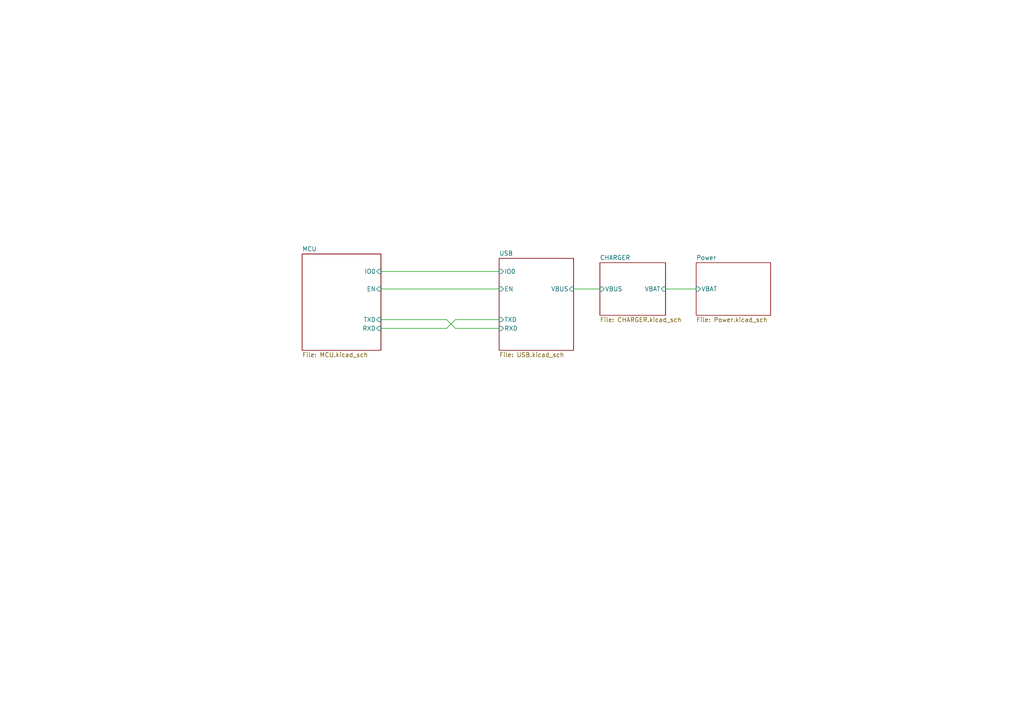
<source format=kicad_sch>
(kicad_sch
	(version 20250114)
	(generator "eeschema")
	(generator_version "9.0")
	(uuid "085b8362-a5df-4186-a09b-4280628dd4a5")
	(paper "A4")
	(lib_symbols)
	(wire
		(pts
			(xy 110.49 83.82) (xy 144.78 83.82)
		)
		(stroke
			(width 0)
			(type default)
		)
		(uuid "5257b5ee-9984-4306-9547-fba11b41c2a6")
	)
	(wire
		(pts
			(xy 193.04 83.82) (xy 201.93 83.82)
		)
		(stroke
			(width 0)
			(type default)
		)
		(uuid "69975ee0-8e98-4ee1-b5b0-47f6a5b2052e")
	)
	(wire
		(pts
			(xy 144.78 92.71) (xy 132.08 92.71)
		)
		(stroke
			(width 0)
			(type default)
		)
		(uuid "6af71ec4-009f-425e-8d14-5f48c3bdb213")
	)
	(wire
		(pts
			(xy 132.08 95.25) (xy 144.78 95.25)
		)
		(stroke
			(width 0)
			(type default)
		)
		(uuid "7b727d15-7bc4-462c-9cf3-4568008943c8")
	)
	(wire
		(pts
			(xy 110.49 92.71) (xy 129.54 92.71)
		)
		(stroke
			(width 0)
			(type default)
		)
		(uuid "960fec7b-4d9a-4c52-8e92-c465758c60ec")
	)
	(wire
		(pts
			(xy 129.54 92.71) (xy 132.08 95.25)
		)
		(stroke
			(width 0)
			(type default)
		)
		(uuid "9c95ccff-7f31-4647-9771-3c200e53cfb1")
	)
	(wire
		(pts
			(xy 110.49 78.74) (xy 144.78 78.74)
		)
		(stroke
			(width 0)
			(type default)
		)
		(uuid "c5aae8df-69b3-4647-a885-b6f720d0b1fb")
	)
	(wire
		(pts
			(xy 110.49 95.25) (xy 129.54 95.25)
		)
		(stroke
			(width 0)
			(type default)
		)
		(uuid "c7d68f97-e0c9-424e-9b41-7460a9a64758")
	)
	(wire
		(pts
			(xy 132.08 92.71) (xy 129.54 95.25)
		)
		(stroke
			(width 0)
			(type default)
		)
		(uuid "ca4b6c1e-b208-4bdd-88b8-2a26fc10a88e")
	)
	(wire
		(pts
			(xy 166.37 83.82) (xy 173.99 83.82)
		)
		(stroke
			(width 0)
			(type default)
		)
		(uuid "dcc3decc-9cc9-478c-aa5d-d5be24c931c1")
	)
	(sheet
		(at 173.99 76.2)
		(size 19.05 15.24)
		(exclude_from_sim no)
		(in_bom yes)
		(on_board yes)
		(dnp no)
		(fields_autoplaced yes)
		(stroke
			(width 0.1524)
			(type solid)
		)
		(fill
			(color 0 0 0 0.0000)
		)
		(uuid "120c4459-9f59-48b6-a13b-e8316692e798")
		(property "Sheetname" "CHARGER"
			(at 173.99 75.4884 0)
			(effects
				(font
					(size 1.27 1.27)
				)
				(justify left bottom)
			)
		)
		(property "Sheetfile" "CHARGER.kicad_sch"
			(at 173.99 92.0246 0)
			(effects
				(font
					(size 1.27 1.27)
				)
				(justify left top)
			)
		)
		(pin "VBAT" input
			(at 193.04 83.82 0)
			(uuid "b0492a97-fb44-4e13-86b7-0f9b6ac5b3bc")
			(effects
				(font
					(size 1.27 1.27)
				)
				(justify right)
			)
		)
		(pin "VBUS" input
			(at 173.99 83.82 180)
			(uuid "86f433fe-5e29-4c28-bc4c-de90f4c87243")
			(effects
				(font
					(size 1.27 1.27)
				)
				(justify left)
			)
		)
		(instances
			(project "Pilot6Axis"
				(path "/085b8362-a5df-4186-a09b-4280628dd4a5"
					(page "5")
				)
			)
		)
	)
	(sheet
		(at 201.93 76.2)
		(size 21.59 15.24)
		(exclude_from_sim no)
		(in_bom yes)
		(on_board yes)
		(dnp no)
		(fields_autoplaced yes)
		(stroke
			(width 0.1524)
			(type solid)
		)
		(fill
			(color 0 0 0 0.0000)
		)
		(uuid "504d928c-edb5-470d-96cf-de0a899dce19")
		(property "Sheetname" "Power"
			(at 201.93 75.4884 0)
			(effects
				(font
					(size 1.27 1.27)
				)
				(justify left bottom)
			)
		)
		(property "Sheetfile" "Power.kicad_sch"
			(at 201.93 92.0246 0)
			(effects
				(font
					(size 1.27 1.27)
				)
				(justify left top)
			)
		)
		(pin "VBAT" input
			(at 201.93 83.82 180)
			(uuid "5cd0fe84-06cf-4fca-8e35-3bb8566bf7f6")
			(effects
				(font
					(size 1.27 1.27)
				)
				(justify left)
			)
		)
		(instances
			(project "Pilot6Axis"
				(path "/085b8362-a5df-4186-a09b-4280628dd4a5"
					(page "2")
				)
			)
		)
	)
	(sheet
		(at 87.63 73.66)
		(size 22.86 27.94)
		(exclude_from_sim no)
		(in_bom yes)
		(on_board yes)
		(dnp no)
		(fields_autoplaced yes)
		(stroke
			(width 0.1524)
			(type solid)
		)
		(fill
			(color 0 0 0 0.0000)
		)
		(uuid "91c3df2c-6b6b-4e87-a952-2ca002d375c3")
		(property "Sheetname" "MCU"
			(at 87.63 72.9484 0)
			(effects
				(font
					(size 1.27 1.27)
				)
				(justify left bottom)
			)
		)
		(property "Sheetfile" "MCU.kicad_sch"
			(at 87.63 102.1846 0)
			(effects
				(font
					(size 1.27 1.27)
				)
				(justify left top)
			)
		)
		(pin "IO0" input
			(at 110.49 78.74 0)
			(uuid "a5bae56d-2ea1-42ce-99db-467ca3b20bad")
			(effects
				(font
					(size 1.27 1.27)
				)
				(justify right)
			)
		)
		(pin "EN" input
			(at 110.49 83.82 0)
			(uuid "5596d1bd-8df1-4cfa-a201-475b317cf77f")
			(effects
				(font
					(size 1.27 1.27)
				)
				(justify right)
			)
		)
		(pin "TXD" input
			(at 110.49 92.71 0)
			(uuid "1cae8f36-1ef0-4283-b9e8-c1abfd8cc5a7")
			(effects
				(font
					(size 1.27 1.27)
				)
				(justify right)
			)
		)
		(pin "RXD" input
			(at 110.49 95.25 0)
			(uuid "99e34513-d408-4079-8dd1-4350f3531926")
			(effects
				(font
					(size 1.27 1.27)
				)
				(justify right)
			)
		)
		(instances
			(project "Pilot6Axis"
				(path "/085b8362-a5df-4186-a09b-4280628dd4a5"
					(page "4")
				)
			)
		)
	)
	(sheet
		(at 144.78 74.93)
		(size 21.59 26.67)
		(exclude_from_sim no)
		(in_bom yes)
		(on_board yes)
		(dnp no)
		(fields_autoplaced yes)
		(stroke
			(width 0.1524)
			(type solid)
		)
		(fill
			(color 0 0 0 0.0000)
		)
		(uuid "a7ac3328-b052-491e-9658-5f9d26ef4a49")
		(property "Sheetname" "USB"
			(at 144.78 74.2184 0)
			(effects
				(font
					(size 1.27 1.27)
				)
				(justify left bottom)
			)
		)
		(property "Sheetfile" "USB.kicad_sch"
			(at 144.78 102.1846 0)
			(effects
				(font
					(size 1.27 1.27)
				)
				(justify left top)
			)
		)
		(property "Field2" ""
			(at 144.78 74.93 0)
			(effects
				(font
					(size 1.27 1.27)
				)
				(hide yes)
			)
		)
		(pin "EN" input
			(at 144.78 83.82 180)
			(uuid "58bed741-048e-4756-b2e0-0e711c83d9d9")
			(effects
				(font
					(size 1.27 1.27)
				)
				(justify left)
			)
		)
		(pin "IO0" input
			(at 144.78 78.74 180)
			(uuid "2f1553a5-761d-4949-937f-2accd89d5418")
			(effects
				(font
					(size 1.27 1.27)
				)
				(justify left)
			)
		)
		(pin "RXD" input
			(at 144.78 95.25 180)
			(uuid "e199fee4-ebd2-4abe-bb68-c21fe2b4a68f")
			(effects
				(font
					(size 1.27 1.27)
				)
				(justify left)
			)
		)
		(pin "TXD" input
			(at 144.78 92.71 180)
			(uuid "d03031bf-c7b8-4b21-b38d-7edc8c545657")
			(effects
				(font
					(size 1.27 1.27)
				)
				(justify left)
			)
		)
		(pin "VBUS" input
			(at 166.37 83.82 0)
			(uuid "20d05065-cffc-4362-b1f3-ab2ab973139d")
			(effects
				(font
					(size 1.27 1.27)
				)
				(justify right)
			)
		)
		(instances
			(project "Pilot6Axis"
				(path "/085b8362-a5df-4186-a09b-4280628dd4a5"
					(page "3")
				)
			)
		)
	)
	(sheet_instances
		(path "/"
			(page "1")
		)
	)
	(embedded_fonts no)
)

</source>
